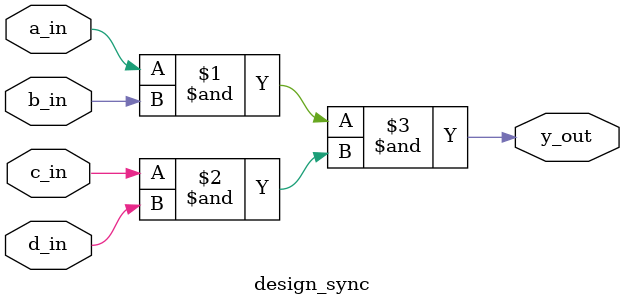
<source format=v>
`timescale 1ns / 1ps

`define SYN
module design_sync(
    input a_in,
    input b_in,
    input c_in,
    input d_in,
    output y_out
    );


`ifdef SYN
    assign y_out = (a_in & b_in) & (c_in & d_in);
`else
    assign y_out = a_in & b_in & c_in & d_in;
`endif
endmodule

</source>
